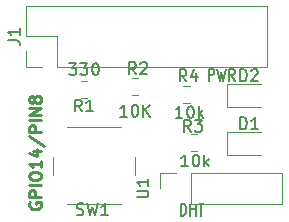
<source format=gto>
G04 #@! TF.GenerationSoftware,KiCad,Pcbnew,(5.1.5)-3*
G04 #@! TF.CreationDate,2020-11-10T12:23:10+03:00*
G04 #@! TF.ProjectId,rasphat_proj2,72617370-6861-4745-9f70-726f6a322e6b,rev?*
G04 #@! TF.SameCoordinates,Original*
G04 #@! TF.FileFunction,Legend,Top*
G04 #@! TF.FilePolarity,Positive*
%FSLAX46Y46*%
G04 Gerber Fmt 4.6, Leading zero omitted, Abs format (unit mm)*
G04 Created by KiCad (PCBNEW (5.1.5)-3) date 2020-11-10 12:23:10*
%MOMM*%
%LPD*%
G04 APERTURE LIST*
%ADD10C,0.250000*%
%ADD11C,0.200000*%
%ADD12C,0.120000*%
%ADD13C,0.150000*%
G04 APERTURE END LIST*
D10*
X41054400Y-89774185D02*
X41006780Y-89869423D01*
X41006780Y-90012280D01*
X41054400Y-90155138D01*
X41149638Y-90250376D01*
X41244876Y-90297995D01*
X41435352Y-90345614D01*
X41578209Y-90345614D01*
X41768685Y-90297995D01*
X41863923Y-90250376D01*
X41959161Y-90155138D01*
X42006780Y-90012280D01*
X42006780Y-89917042D01*
X41959161Y-89774185D01*
X41911542Y-89726566D01*
X41578209Y-89726566D01*
X41578209Y-89917042D01*
X42006780Y-89297995D02*
X41006780Y-89297995D01*
X41006780Y-88917042D01*
X41054400Y-88821804D01*
X41102019Y-88774185D01*
X41197257Y-88726566D01*
X41340114Y-88726566D01*
X41435352Y-88774185D01*
X41482971Y-88821804D01*
X41530590Y-88917042D01*
X41530590Y-89297995D01*
X42006780Y-88297995D02*
X41006780Y-88297995D01*
X41006780Y-87631328D02*
X41006780Y-87440852D01*
X41054400Y-87345614D01*
X41149638Y-87250376D01*
X41340114Y-87202757D01*
X41673447Y-87202757D01*
X41863923Y-87250376D01*
X41959161Y-87345614D01*
X42006780Y-87440852D01*
X42006780Y-87631328D01*
X41959161Y-87726566D01*
X41863923Y-87821804D01*
X41673447Y-87869423D01*
X41340114Y-87869423D01*
X41149638Y-87821804D01*
X41054400Y-87726566D01*
X41006780Y-87631328D01*
X42006780Y-86250376D02*
X42006780Y-86821804D01*
X42006780Y-86536090D02*
X41006780Y-86536090D01*
X41149638Y-86631328D01*
X41244876Y-86726566D01*
X41292495Y-86821804D01*
X41340114Y-85393233D02*
X42006780Y-85393233D01*
X40959161Y-85631328D02*
X41673447Y-85869423D01*
X41673447Y-85250376D01*
X40959161Y-84155138D02*
X42244876Y-85012280D01*
X42006780Y-83821804D02*
X41006780Y-83821804D01*
X41006780Y-83440852D01*
X41054400Y-83345614D01*
X41102019Y-83297995D01*
X41197257Y-83250376D01*
X41340114Y-83250376D01*
X41435352Y-83297995D01*
X41482971Y-83345614D01*
X41530590Y-83440852D01*
X41530590Y-83821804D01*
X42006780Y-82821804D02*
X41006780Y-82821804D01*
X42006780Y-82345614D02*
X41006780Y-82345614D01*
X42006780Y-81774185D01*
X41006780Y-81774185D01*
X41435352Y-81155138D02*
X41387733Y-81250376D01*
X41340114Y-81297995D01*
X41244876Y-81345614D01*
X41197257Y-81345614D01*
X41102019Y-81297995D01*
X41054400Y-81250376D01*
X41006780Y-81155138D01*
X41006780Y-80964661D01*
X41054400Y-80869423D01*
X41102019Y-80821804D01*
X41197257Y-80774185D01*
X41244876Y-80774185D01*
X41340114Y-80821804D01*
X41387733Y-80869423D01*
X41435352Y-80964661D01*
X41435352Y-81155138D01*
X41482971Y-81250376D01*
X41530590Y-81297995D01*
X41625828Y-81345614D01*
X41816304Y-81345614D01*
X41911542Y-81297995D01*
X41959161Y-81250376D01*
X42006780Y-81155138D01*
X42006780Y-80964661D01*
X41959161Y-80869423D01*
X41911542Y-80821804D01*
X41816304Y-80774185D01*
X41625828Y-80774185D01*
X41530590Y-80821804D01*
X41482971Y-80869423D01*
X41435352Y-80964661D01*
D11*
X53829066Y-90889080D02*
X53829066Y-89889080D01*
X54019542Y-89889080D01*
X54133828Y-89936700D01*
X54210019Y-90031938D01*
X54248114Y-90127176D01*
X54286209Y-90317652D01*
X54286209Y-90460509D01*
X54248114Y-90650985D01*
X54210019Y-90746223D01*
X54133828Y-90841461D01*
X54019542Y-90889080D01*
X53829066Y-90889080D01*
X54629066Y-90889080D02*
X54629066Y-89889080D01*
X54629066Y-90365271D02*
X55086209Y-90365271D01*
X55086209Y-90889080D02*
X55086209Y-89889080D01*
X55352876Y-89889080D02*
X55810019Y-89889080D01*
X55581447Y-90889080D02*
X55581447Y-89889080D01*
X56210333Y-79471780D02*
X56210333Y-78471780D01*
X56515095Y-78471780D01*
X56591285Y-78519400D01*
X56629380Y-78567019D01*
X56667476Y-78662257D01*
X56667476Y-78805114D01*
X56629380Y-78900352D01*
X56591285Y-78947971D01*
X56515095Y-78995590D01*
X56210333Y-78995590D01*
X56934142Y-78471780D02*
X57124619Y-79471780D01*
X57277000Y-78757495D01*
X57429380Y-79471780D01*
X57619857Y-78471780D01*
X58381761Y-79471780D02*
X58115095Y-78995590D01*
X57924619Y-79471780D02*
X57924619Y-78471780D01*
X58229380Y-78471780D01*
X58305571Y-78519400D01*
X58343666Y-78567019D01*
X58381761Y-78662257D01*
X58381761Y-78805114D01*
X58343666Y-78900352D01*
X58305571Y-78947971D01*
X58229380Y-78995590D01*
X57924619Y-78995590D01*
D12*
X42983200Y-85925400D02*
X42983200Y-87425400D01*
X44233200Y-89925400D02*
X48733200Y-89925400D01*
X49983200Y-87425400D02*
X49983200Y-85925400D01*
X48733200Y-83425400D02*
X44233200Y-83425400D01*
X57728400Y-81675400D02*
X60588400Y-81675400D01*
X57728400Y-79755400D02*
X57728400Y-81675400D01*
X60588400Y-79755400D02*
X57728400Y-79755400D01*
X52086200Y-88595200D02*
X52086200Y-87265200D01*
X52086200Y-87265200D02*
X53416200Y-87265200D01*
X54686200Y-87265200D02*
X62366200Y-87265200D01*
X62366200Y-89925200D02*
X62366200Y-87265200D01*
X54686200Y-89925200D02*
X62366200Y-89925200D01*
X54686200Y-89925200D02*
X54686200Y-87265200D01*
X54578784Y-79960400D02*
X54056280Y-79960400D01*
X54578784Y-81380400D02*
X54056280Y-81380400D01*
X55201452Y-83999000D02*
X54678948Y-83999000D01*
X55201452Y-85419000D02*
X54678948Y-85419000D01*
X49725948Y-80694600D02*
X50248452Y-80694600D01*
X49725948Y-79274600D02*
X50248452Y-79274600D01*
X45905052Y-79477800D02*
X45382548Y-79477800D01*
X45905052Y-80897800D02*
X45382548Y-80897800D01*
X57728400Y-85745200D02*
X60588400Y-85745200D01*
X57728400Y-83825200D02*
X57728400Y-85745200D01*
X60588400Y-83825200D02*
X57728400Y-83825200D01*
X61172400Y-78317400D02*
X61172400Y-73117400D01*
X43332400Y-78317400D02*
X61172400Y-78317400D01*
X40732400Y-73117400D02*
X61172400Y-73117400D01*
X43332400Y-78317400D02*
X43332400Y-75717400D01*
X43332400Y-75717400D02*
X40732400Y-75717400D01*
X40732400Y-75717400D02*
X40732400Y-73117400D01*
X42062400Y-78317400D02*
X40732400Y-78317400D01*
X40732400Y-78317400D02*
X40732400Y-76987400D01*
D13*
X45021666Y-90803361D02*
X45164523Y-90850980D01*
X45402619Y-90850980D01*
X45497857Y-90803361D01*
X45545476Y-90755742D01*
X45593095Y-90660504D01*
X45593095Y-90565266D01*
X45545476Y-90470028D01*
X45497857Y-90422409D01*
X45402619Y-90374790D01*
X45212142Y-90327171D01*
X45116904Y-90279552D01*
X45069285Y-90231933D01*
X45021666Y-90136695D01*
X45021666Y-90041457D01*
X45069285Y-89946219D01*
X45116904Y-89898600D01*
X45212142Y-89850980D01*
X45450238Y-89850980D01*
X45593095Y-89898600D01*
X45926428Y-89850980D02*
X46164523Y-90850980D01*
X46355000Y-90136695D01*
X46545476Y-90850980D01*
X46783571Y-89850980D01*
X47688333Y-90850980D02*
X47116904Y-90850980D01*
X47402619Y-90850980D02*
X47402619Y-89850980D01*
X47307380Y-89993838D01*
X47212142Y-90089076D01*
X47116904Y-90136695D01*
X58850304Y-79517780D02*
X58850304Y-78517780D01*
X59088400Y-78517780D01*
X59231257Y-78565400D01*
X59326495Y-78660638D01*
X59374114Y-78755876D01*
X59421733Y-78946352D01*
X59421733Y-79089209D01*
X59374114Y-79279685D01*
X59326495Y-79374923D01*
X59231257Y-79470161D01*
X59088400Y-79517780D01*
X58850304Y-79517780D01*
X59802685Y-78613019D02*
X59850304Y-78565400D01*
X59945542Y-78517780D01*
X60183638Y-78517780D01*
X60278876Y-78565400D01*
X60326495Y-78613019D01*
X60374114Y-78708257D01*
X60374114Y-78803495D01*
X60326495Y-78946352D01*
X59755066Y-79517780D01*
X60374114Y-79517780D01*
X50098580Y-89357104D02*
X50908104Y-89357104D01*
X51003342Y-89309485D01*
X51050961Y-89261866D01*
X51098580Y-89166628D01*
X51098580Y-88976152D01*
X51050961Y-88880914D01*
X51003342Y-88833295D01*
X50908104Y-88785676D01*
X50098580Y-88785676D01*
X51098580Y-87785676D02*
X51098580Y-88357104D01*
X51098580Y-88071390D02*
X50098580Y-88071390D01*
X50241438Y-88166628D01*
X50336676Y-88261866D01*
X50384295Y-88357104D01*
X54303633Y-79522580D02*
X53970300Y-79046390D01*
X53732204Y-79522580D02*
X53732204Y-78522580D01*
X54113157Y-78522580D01*
X54208395Y-78570200D01*
X54256014Y-78617819D01*
X54303633Y-78713057D01*
X54303633Y-78855914D01*
X54256014Y-78951152D01*
X54208395Y-78998771D01*
X54113157Y-79046390D01*
X53732204Y-79046390D01*
X55160776Y-78855914D02*
X55160776Y-79522580D01*
X54922680Y-78474961D02*
X54684585Y-79189247D01*
X55303633Y-79189247D01*
X53976661Y-82621380D02*
X53405233Y-82621380D01*
X53690947Y-82621380D02*
X53690947Y-81621380D01*
X53595709Y-81764238D01*
X53500471Y-81859476D01*
X53405233Y-81907095D01*
X54595709Y-81621380D02*
X54690947Y-81621380D01*
X54786185Y-81669000D01*
X54833804Y-81716619D01*
X54881423Y-81811857D01*
X54929042Y-82002333D01*
X54929042Y-82240428D01*
X54881423Y-82430904D01*
X54833804Y-82526142D01*
X54786185Y-82573761D01*
X54690947Y-82621380D01*
X54595709Y-82621380D01*
X54500471Y-82573761D01*
X54452852Y-82526142D01*
X54405233Y-82430904D01*
X54357614Y-82240428D01*
X54357614Y-82002333D01*
X54405233Y-81811857D01*
X54452852Y-81716619D01*
X54500471Y-81669000D01*
X54595709Y-81621380D01*
X55357614Y-82621380D02*
X55357614Y-81621380D01*
X55452852Y-82240428D02*
X55738566Y-82621380D01*
X55738566Y-81954714D02*
X55357614Y-82335666D01*
X54684633Y-83777080D02*
X54351300Y-83300890D01*
X54113204Y-83777080D02*
X54113204Y-82777080D01*
X54494157Y-82777080D01*
X54589395Y-82824700D01*
X54637014Y-82872319D01*
X54684633Y-82967557D01*
X54684633Y-83110414D01*
X54637014Y-83205652D01*
X54589395Y-83253271D01*
X54494157Y-83300890D01*
X54113204Y-83300890D01*
X55017966Y-82777080D02*
X55637014Y-82777080D01*
X55303680Y-83158033D01*
X55446538Y-83158033D01*
X55541776Y-83205652D01*
X55589395Y-83253271D01*
X55637014Y-83348509D01*
X55637014Y-83586604D01*
X55589395Y-83681842D01*
X55541776Y-83729461D01*
X55446538Y-83777080D01*
X55160823Y-83777080D01*
X55065585Y-83729461D01*
X55017966Y-83681842D01*
X54446561Y-86736180D02*
X53875133Y-86736180D01*
X54160847Y-86736180D02*
X54160847Y-85736180D01*
X54065609Y-85879038D01*
X53970371Y-85974276D01*
X53875133Y-86021895D01*
X55065609Y-85736180D02*
X55160847Y-85736180D01*
X55256085Y-85783800D01*
X55303704Y-85831419D01*
X55351323Y-85926657D01*
X55398942Y-86117133D01*
X55398942Y-86355228D01*
X55351323Y-86545704D01*
X55303704Y-86640942D01*
X55256085Y-86688561D01*
X55160847Y-86736180D01*
X55065609Y-86736180D01*
X54970371Y-86688561D01*
X54922752Y-86640942D01*
X54875133Y-86545704D01*
X54827514Y-86355228D01*
X54827514Y-86117133D01*
X54875133Y-85926657D01*
X54922752Y-85831419D01*
X54970371Y-85783800D01*
X55065609Y-85736180D01*
X55827514Y-86736180D02*
X55827514Y-85736180D01*
X55922752Y-86355228D02*
X56208466Y-86736180D01*
X56208466Y-86069514D02*
X55827514Y-86450466D01*
X50036433Y-78925680D02*
X49703100Y-78449490D01*
X49465004Y-78925680D02*
X49465004Y-77925680D01*
X49845957Y-77925680D01*
X49941195Y-77973300D01*
X49988814Y-78020919D01*
X50036433Y-78116157D01*
X50036433Y-78259014D01*
X49988814Y-78354252D01*
X49941195Y-78401871D01*
X49845957Y-78449490D01*
X49465004Y-78449490D01*
X50417385Y-78020919D02*
X50465004Y-77973300D01*
X50560242Y-77925680D01*
X50798338Y-77925680D01*
X50893576Y-77973300D01*
X50941195Y-78020919D01*
X50988814Y-78116157D01*
X50988814Y-78211395D01*
X50941195Y-78354252D01*
X50369766Y-78925680D01*
X50988814Y-78925680D01*
X49284023Y-82507080D02*
X48712595Y-82507080D01*
X48998309Y-82507080D02*
X48998309Y-81507080D01*
X48903071Y-81649938D01*
X48807833Y-81745176D01*
X48712595Y-81792795D01*
X49903071Y-81507080D02*
X49998309Y-81507080D01*
X50093547Y-81554700D01*
X50141166Y-81602319D01*
X50188785Y-81697557D01*
X50236404Y-81888033D01*
X50236404Y-82126128D01*
X50188785Y-82316604D01*
X50141166Y-82411842D01*
X50093547Y-82459461D01*
X49998309Y-82507080D01*
X49903071Y-82507080D01*
X49807833Y-82459461D01*
X49760214Y-82411842D01*
X49712595Y-82316604D01*
X49664976Y-82126128D01*
X49664976Y-81888033D01*
X49712595Y-81697557D01*
X49760214Y-81602319D01*
X49807833Y-81554700D01*
X49903071Y-81507080D01*
X50664976Y-82507080D02*
X50664976Y-81507080D01*
X51236404Y-82507080D02*
X50807833Y-81935652D01*
X51236404Y-81507080D02*
X50664976Y-82078509D01*
X45451733Y-82075280D02*
X45118400Y-81599090D01*
X44880304Y-82075280D02*
X44880304Y-81075280D01*
X45261257Y-81075280D01*
X45356495Y-81122900D01*
X45404114Y-81170519D01*
X45451733Y-81265757D01*
X45451733Y-81408614D01*
X45404114Y-81503852D01*
X45356495Y-81551471D01*
X45261257Y-81599090D01*
X44880304Y-81599090D01*
X46404114Y-82075280D02*
X45832685Y-82075280D01*
X46118400Y-82075280D02*
X46118400Y-81075280D01*
X46023161Y-81218138D01*
X45927923Y-81313376D01*
X45832685Y-81360995D01*
X44358085Y-77990180D02*
X44977133Y-77990180D01*
X44643800Y-78371133D01*
X44786657Y-78371133D01*
X44881895Y-78418752D01*
X44929514Y-78466371D01*
X44977133Y-78561609D01*
X44977133Y-78799704D01*
X44929514Y-78894942D01*
X44881895Y-78942561D01*
X44786657Y-78990180D01*
X44500942Y-78990180D01*
X44405704Y-78942561D01*
X44358085Y-78894942D01*
X45310466Y-77990180D02*
X45929514Y-77990180D01*
X45596180Y-78371133D01*
X45739038Y-78371133D01*
X45834276Y-78418752D01*
X45881895Y-78466371D01*
X45929514Y-78561609D01*
X45929514Y-78799704D01*
X45881895Y-78894942D01*
X45834276Y-78942561D01*
X45739038Y-78990180D01*
X45453323Y-78990180D01*
X45358085Y-78942561D01*
X45310466Y-78894942D01*
X46548561Y-77990180D02*
X46643800Y-77990180D01*
X46739038Y-78037800D01*
X46786657Y-78085419D01*
X46834276Y-78180657D01*
X46881895Y-78371133D01*
X46881895Y-78609228D01*
X46834276Y-78799704D01*
X46786657Y-78894942D01*
X46739038Y-78942561D01*
X46643800Y-78990180D01*
X46548561Y-78990180D01*
X46453323Y-78942561D01*
X46405704Y-78894942D01*
X46358085Y-78799704D01*
X46310466Y-78609228D01*
X46310466Y-78371133D01*
X46358085Y-78180657D01*
X46405704Y-78085419D01*
X46453323Y-78037800D01*
X46548561Y-77990180D01*
X58850304Y-83587580D02*
X58850304Y-82587580D01*
X59088400Y-82587580D01*
X59231257Y-82635200D01*
X59326495Y-82730438D01*
X59374114Y-82825676D01*
X59421733Y-83016152D01*
X59421733Y-83159009D01*
X59374114Y-83349485D01*
X59326495Y-83444723D01*
X59231257Y-83539961D01*
X59088400Y-83587580D01*
X58850304Y-83587580D01*
X60374114Y-83587580D02*
X59802685Y-83587580D01*
X60088400Y-83587580D02*
X60088400Y-82587580D01*
X59993161Y-82730438D01*
X59897923Y-82825676D01*
X59802685Y-82873295D01*
X39184780Y-76050733D02*
X39899066Y-76050733D01*
X40041923Y-76098352D01*
X40137161Y-76193590D01*
X40184780Y-76336447D01*
X40184780Y-76431685D01*
X40184780Y-75050733D02*
X40184780Y-75622161D01*
X40184780Y-75336447D02*
X39184780Y-75336447D01*
X39327638Y-75431685D01*
X39422876Y-75526923D01*
X39470495Y-75622161D01*
M02*

</source>
